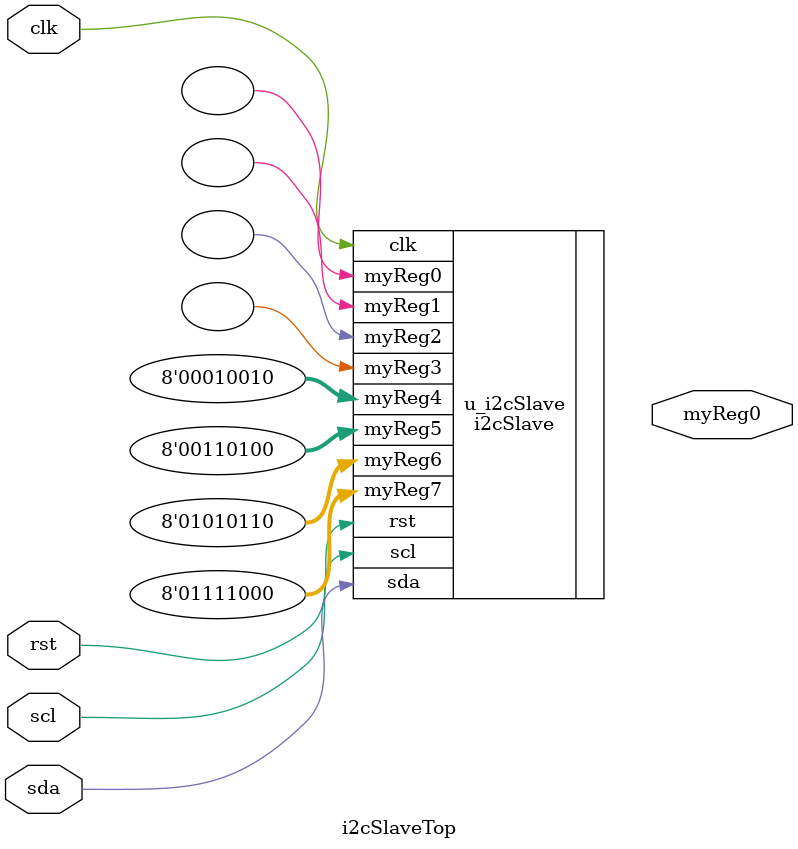
<source format=v>
`include "i2cSlave_define.v"


module i2cSlaveTop (
  clk,
  rst,
  sda,
  scl,
  myReg0
);
input clk;
input rst;
inout sda;
input scl;
output [7:0] myReg0;


i2cSlave u_i2cSlave(
  .clk(clk),
  .rst(rst),
  .sda(sda),
  .scl(scl),
  .myReg0(),
  .myReg1(),
  .myReg2(),
  .myReg3(),
  .myReg4(8'h12),
  .myReg5(8'h34),
  .myReg6(8'h56),
  .myReg7(8'h78)

);


endmodule


 

</source>
